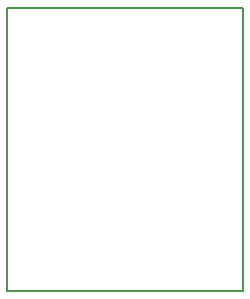
<source format=gm1>
G04 #@! TF.FileFunction,Profile,NP*
%FSLAX46Y46*%
G04 Gerber Fmt 4.6, Leading zero omitted, Abs format (unit mm)*
G04 Created by KiCad (PCBNEW 4.0.2-stable) date 9/5/2017 9:47:42 PM*
%MOMM*%
G01*
G04 APERTURE LIST*
%ADD10C,0.100000*%
%ADD11C,0.150000*%
G04 APERTURE END LIST*
D10*
D11*
X70000000Y-50000000D02*
X50000000Y-50000000D01*
X70000000Y-74000000D02*
X70000000Y-50000000D01*
X50000000Y-74000000D02*
X70000000Y-74000000D01*
X50000000Y-50000000D02*
X50000000Y-74000000D01*
M02*

</source>
